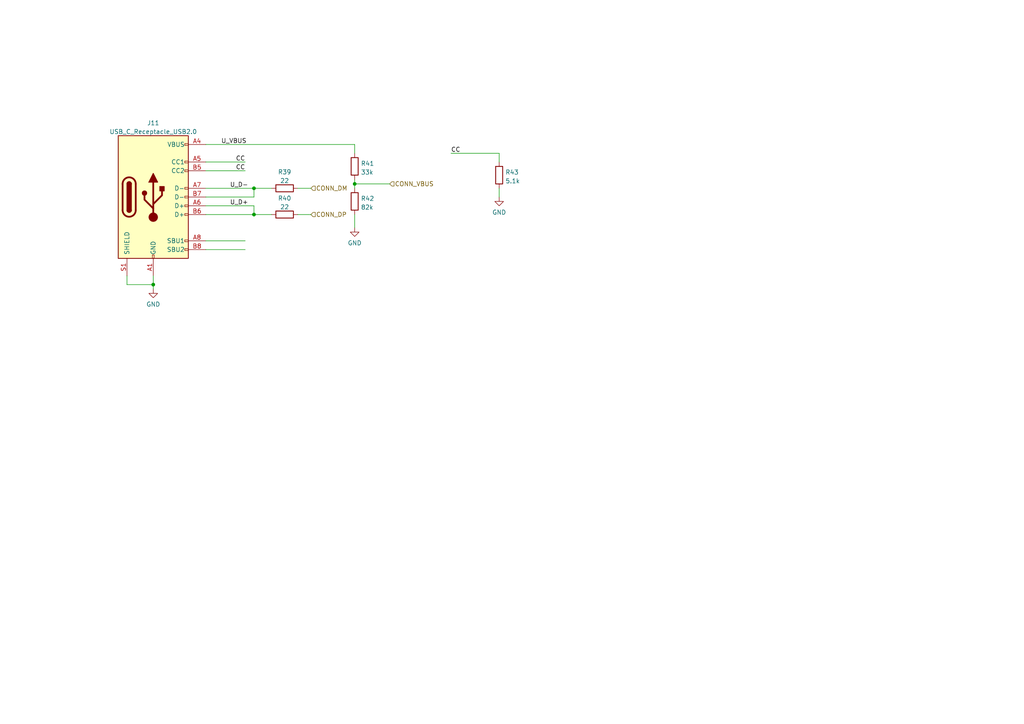
<source format=kicad_sch>
(kicad_sch (version 20211123) (generator eeschema)
  (paper "A4")
  (lib_symbols
    (symbol "Connector:USB_C_Receptacle_USB2.0" (pin_names (offset 1.016))
      (property "Reference" "J" (at -10.16 19.05 0))
      (property "Value" "USB_C_Receptacle_USB2.0" (at 19.05 19.05 0))
      (symbol "USB_C_Receptacle_USB2.0_0_0"
        (rectangle (start -0.254 -17.78) (end 0.254 -16.764))
        (rectangle (start 10.16 -14.986) (end 9.144 -15.494))
        (rectangle (start 10.16 -12.446) (end 9.144 -12.954))
        (rectangle (start 10.16 -4.826) (end 9.144 -5.334))
        (rectangle (start 10.16 -2.286) (end 9.144 -2.794))
        (rectangle (start 10.16 0.254) (end 9.144 -0.254))
        (rectangle (start 10.16 2.794) (end 9.144 2.286))
        (rectangle (start 10.16 7.874) (end 9.144 7.366))
        (rectangle (start 10.16 10.414) (end 9.144 9.906))
        (rectangle (start 10.16 15.494) (end 9.144 14.986))
      )
      (symbol "USB_C_Receptacle_USB2.0_0_1"
        (rectangle (start -10.16 17.78) (end 10.16 -17.78) (stroke (width 0.254)) (fill (type background)))
        (arc (start -8.89 -3.81) (mid -6.985 -5.715) (end -5.08 -3.81) (stroke (width 0.508)))
        (arc (start -7.62 -3.81) (mid -6.985 -4.445) (end -6.35 -3.81) (stroke (width 0.254)))
        (arc (start -7.62 -3.81) (mid -6.985 -4.445) (end -6.35 -3.81) (stroke (width 0.254)) (fill (type outline)))
        (rectangle (start -7.62 -3.81) (end -6.35 3.81) (stroke (width 0.254)) (fill (type outline)))
        (arc (start -6.35 3.81) (mid -6.985 4.445) (end -7.62 3.81) (stroke (width 0.254)))
        (arc (start -6.35 3.81) (mid -6.985 4.445) (end -7.62 3.81) (stroke (width 0.254)) (fill (type outline)))
        (arc (start -5.08 3.81) (mid -6.985 5.715) (end -8.89 3.81) (stroke (width 0.508)))
        (circle (center -2.54 1.143) (radius 0.635) (stroke (width 0.254)) (fill (type outline)))
        (circle (center 0 -5.842) (radius 1.27) (fill (type outline)))
        (polyline (pts (xy -8.89 -3.81) (xy -8.89 3.81)) (stroke (width 0.508)))
        (polyline (pts (xy -5.08 3.81) (xy -5.08 -3.81)) (stroke (width 0.508)))
        (polyline (pts (xy 0 -5.842) (xy 0 4.318)) (stroke (width 0.508)))
        (polyline (pts (xy 0 -3.302) (xy -2.54 -0.762) (xy -2.54 0.508)) (stroke (width 0.508)))
        (polyline (pts (xy 0 -2.032) (xy 2.54 0.508) (xy 2.54 1.778)) (stroke (width 0.508)))
        (polyline (pts (xy -1.27 4.318) (xy 0 6.858) (xy 1.27 4.318) (xy -1.27 4.318)) (stroke (width 0.254)) (fill (type outline)))
        (rectangle (start 1.905 1.778) (end 3.175 3.048) (stroke (width 0.254)) (fill (type outline)))
      )
      (symbol "USB_C_Receptacle_USB2.0_1_1"
        (pin passive line (at 0 -22.86 90) (length 5.08) (name "GND") (number "A1"))
        (pin passive line (at 0 -22.86 90) (length 5.08) hide (name "GND") (number "A12"))
        (pin passive line (at 15.24 15.24 180) (length 5.08) (name "VBUS") (number "A4"))
        (pin bidirectional line (at 15.24 10.16 180) (length 5.08) (name "CC1") (number "A5"))
        (pin bidirectional line (at 15.24 -2.54 180) (length 5.08) (name "D+") (number "A6"))
        (pin bidirectional line (at 15.24 2.54 180) (length 5.08) (name "D-") (number "A7"))
        (pin bidirectional line (at 15.24 -12.7 180) (length 5.08) (name "SBU1") (number "A8"))
        (pin passive line (at 15.24 15.24 180) (length 5.08) hide (name "VBUS") (number "A9"))
        (pin passive line (at 0 -22.86 90) (length 5.08) hide (name "GND") (number "B1"))
        (pin passive line (at 0 -22.86 90) (length 5.08) hide (name "GND") (number "B12"))
        (pin passive line (at 15.24 15.24 180) (length 5.08) hide (name "VBUS") (number "B4"))
        (pin bidirectional line (at 15.24 7.62 180) (length 5.08) (name "CC2") (number "B5"))
        (pin bidirectional line (at 15.24 -5.08 180) (length 5.08) (name "D+") (number "B6"))
        (pin bidirectional line (at 15.24 0 180) (length 5.08) (name "D-") (number "B7"))
        (pin bidirectional line (at 15.24 -15.24 180) (length 5.08) (name "SBU2") (number "B8"))
        (pin passive line (at 15.24 15.24 180) (length 5.08) hide (name "VBUS") (number "B9"))
        (pin passive line (at -7.62 -22.86 90) (length 5.08) (name "SHIELD") (number "S1"))
      )
    )
    (symbol "Device:R" (pin_numbers hide) (pin_names (offset 0))
      (property "Reference" "R" (at 2.032 0 90))
      (property "Value" "R" (at 0 0 90))
      (symbol "R_0_1"
        (rectangle (start -1.016 -2.54) (end 1.016 2.54) (stroke (width 0.254)))
      )
      (symbol "R_1_1"
        (pin passive line (at 0 3.81 270) (length 1.27) (name "~") (number "1"))
        (pin passive line (at 0 -3.81 90) (length 1.27) (name "~") (number "2"))
      )
    )
    (symbol "power:GND" (power) (pin_names (offset 0))
      (property "Value" "GND" (at 0 -3.81 0))
      (symbol "GND_0_1"
        (polyline (pts (xy 0 0) (xy 0 -1.27) (xy 1.27 -1.27) (xy 0 -2.54) (xy -1.27 -1.27) (xy 0 -1.27)))
      )
      (symbol "GND_1_1"
        (pin power_in line (at 0 0 270) (length 0) hide (name "GND") (number "1"))
      )
    )
  )
  (junction (at 73.66 62.23))
  (junction (at 44.45 82.55))
  (junction (at 73.66 54.61))
  (junction (at 102.87 53.34))
  (wire (pts (xy 102.87 53.34) (xy 113.03 53.34)))
  (wire (pts (xy 59.69 62.23) (xy 73.66 62.23)))
  (wire (pts (xy 59.69 46.99) (xy 71.12 46.99)))
  (wire (pts (xy 44.45 82.55) (xy 44.45 83.82)))
  (wire (pts (xy 86.36 62.23) (xy 90.17 62.23)))
  (wire (pts (xy 86.36 54.61) (xy 90.17 54.61)))
  (wire (pts (xy 102.87 62.23) (xy 102.87 66.04)))
  (wire (pts (xy 36.83 82.55) (xy 44.45 82.55)))
  (wire (pts (xy 73.66 57.15) (xy 73.66 54.61)))
  (wire (pts (xy 59.69 72.39) (xy 71.12 72.39)))
  (wire (pts (xy 102.87 52.07) (xy 102.87 53.34)))
  (wire (pts (xy 36.83 80.01) (xy 36.83 82.55)))
  (wire (pts (xy 102.87 41.91) (xy 102.87 44.45)))
  (wire (pts (xy 102.87 53.34) (xy 102.87 54.61)))
  (wire (pts (xy 59.69 54.61) (xy 73.66 54.61)))
  (wire (pts (xy 144.78 54.61) (xy 144.78 57.15)))
  (wire (pts (xy 59.69 59.69) (xy 73.66 59.69)))
  (wire (pts (xy 59.69 69.85) (xy 71.12 69.85)))
  (wire (pts (xy 73.66 59.69) (xy 73.66 62.23)))
  (wire (pts (xy 59.69 41.91) (xy 102.87 41.91)))
  (wire (pts (xy 59.69 49.53) (xy 71.12 49.53)))
  (wire (pts (xy 44.45 80.01) (xy 44.45 82.55)))
  (wire (pts (xy 130.81 44.45) (xy 144.78 44.45)))
  (wire (pts (xy 144.78 44.45) (xy 144.78 46.99)))
  (wire (pts (xy 73.66 54.61) (xy 78.74 54.61)))
  (wire (pts (xy 59.69 57.15) (xy 73.66 57.15)))
  (wire (pts (xy 73.66 62.23) (xy 78.74 62.23)))
  (label "U_VBUS" (at 64.135 41.91 0))
  (label "CC" (at 71.12 46.99 180))
  (label "U_D-" (at 66.675 54.61 0))
  (label "U_D+" (at 66.675 59.69 0))
  (label "CC" (at 130.81 44.45 0))
  (label "CC" (at 71.12 49.53 180))
  (hierarchical_label "CONN_DP" (shape input) (at 90.17 62.23 0))
  (hierarchical_label "CONN_DM" (shape input) (at 90.17 54.61 0))
  (hierarchical_label "CONN_VBUS" (shape input) (at 113.03 53.34 0))
  (symbol (lib_id "Connector:USB_C_Receptacle_USB2.0") (at 44.45 57.15 0) (unit 1)
    (property "Reference" "J11" (at 44.45 35.6702 0))
    (property "Value" "USB_C_Receptacle_USB2.0" (at 44.45 38.2071 0))
    (property "Footprint" "Connector_USB:USB_C_Receptacle_Palconn_UTC16-G" (effects hide))
    (property "Datasheet" "https://datasheet.lcsc.com/lcsc/2204151015_HCTL-HC-TYPE-C-16P-01A-O_C2997434.pdf" (effects hide))
    (property "JLCPCB" "C2997434" (effects hide))
  )
  (symbol (lib_id "power:GND") (at 44.45 83.82 0) (unit 1)
    (property "Reference" "#PWR094" (effects hide))
    (property "Value" "GND" (at 44.45 88.2634 0))
  )
  (symbol (lib_id "Device:R") (at 102.87 58.42 0) (unit 1)
    (property "Reference" "R42" (at 104.648 57.5853 0) (effects (justify left)))
    (property "Value" "82k" (at 104.648 60.1222 0) (effects (justify left)))
    (property "Footprint" "Resistor_SMD:R_0603_1608Metric" (effects hide))
    (property "JLCPCB" "C103831" (effects hide))
  )
  (symbol (lib_id "Device:R") (at 144.78 50.8 0) (unit 1)
    (property "Reference" "R43" (at 146.558 49.9653 0) (effects (justify left)))
    (property "Value" "5.1k" (at 146.558 52.5022 0) (effects (justify left)))
    (property "Footprint" "Resistor_SMD:R_0603_1608Metric" (effects hide))
    (property "JLCPCB" "C23186" (effects hide))
  )
  (symbol (lib_id "power:GND") (at 102.87 66.04 0) (unit 1)
    (property "Reference" "#PWR095" (effects hide))
    (property "Value" "GND" (at 102.87 70.4834 0))
  )
  (symbol (lib_id "Device:R") (at 102.87 48.26 0) (unit 1)
    (property "Reference" "R41" (at 104.648 47.4253 0) (effects (justify left)))
    (property "Value" "33k" (at 104.648 49.9622 0) (effects (justify left)))
    (property "Footprint" "Resistor_SMD:R_0603_1608Metric" (effects hide))
    (property "JLCPCB" "C138282" (effects hide))
  )
  (symbol (lib_id "power:GND") (at 144.78 57.15 0) (unit 1)
    (property "Reference" "#PWR096" (effects hide))
    (property "Value" "GND" (at 144.78 61.5934 0))
  )
  (symbol (lib_id "Device:R") (at 82.55 54.61 90) (unit 1)
    (property "Reference" "R39" (at 82.55 49.8942 90))
    (property "Value" "22" (at 82.55 52.4311 90))
    (property "Footprint" "Resistor_SMD:R_0603_1608Metric" (effects hide))
    (property "JLCPCB" " C96423" (effects hide))
  )
  (symbol (lib_id "Device:R") (at 82.55 62.23 90) (unit 1)
    (property "Reference" "R40" (at 82.55 57.5142 90))
    (property "Value" "22" (at 82.55 60.0511 90))
    (property "Footprint" "Resistor_SMD:R_0603_1608Metric" (effects hide))
    (property "JLCPCB" " C96423" (effects hide))
  )
)
</source>
